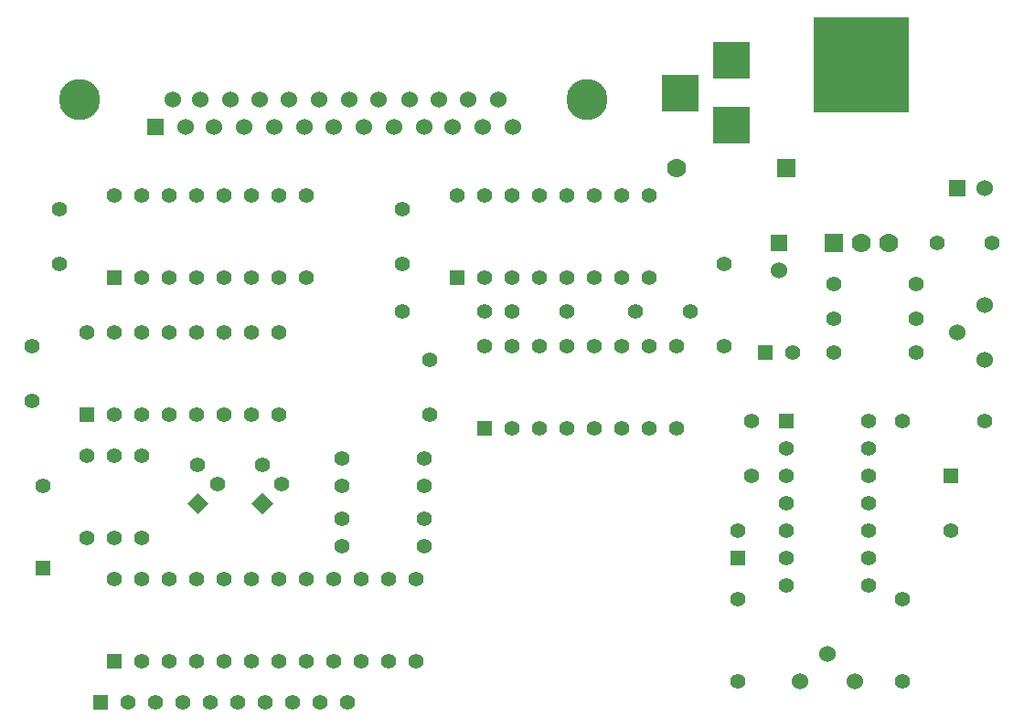
<source format=gbs>
G04 (created by PCBNEW (2013-07-07 BZR 4022)-stable) date 07/04/2015 00:57:36*
%MOIN*%
G04 Gerber Fmt 3.4, Leading zero omitted, Abs format*
%FSLAX34Y34*%
G01*
G70*
G90*
G04 APERTURE LIST*
%ADD10C,0.00590551*%
%ADD11R,0.055X0.055*%
%ADD12C,0.055*%
%ADD13R,0.07X0.07*%
%ADD14C,0.07*%
%ADD15R,0.35X0.35*%
%ADD16C,0.06*%
%ADD17C,0.15*%
%ADD18R,0.06X0.06*%
%ADD19R,0.1378X0.1378*%
G04 APERTURE END LIST*
G54D10*
G54D11*
X96000Y-61750D03*
G54D12*
X96000Y-63750D03*
G54D13*
X91750Y-53250D03*
G54D14*
X93750Y-53250D03*
X92750Y-53250D03*
G54D15*
X92750Y-46750D03*
G54D16*
X97250Y-57500D03*
X96250Y-56500D03*
X97250Y-55500D03*
X90500Y-69250D03*
X91500Y-68250D03*
X92500Y-69250D03*
G54D12*
X64500Y-61000D03*
X64500Y-64000D03*
X73800Y-61100D03*
X76800Y-61100D03*
X73800Y-62100D03*
X76800Y-62100D03*
X65500Y-61000D03*
X65500Y-64000D03*
X87750Y-54000D03*
X87750Y-57000D03*
X66500Y-61000D03*
X66500Y-64000D03*
X73800Y-64300D03*
X76800Y-64300D03*
X73800Y-63300D03*
X76800Y-63300D03*
X94750Y-56000D03*
X91750Y-56000D03*
X91750Y-54750D03*
X94750Y-54750D03*
X94250Y-69250D03*
X94250Y-66250D03*
X88250Y-66250D03*
X88250Y-69250D03*
X91750Y-57250D03*
X94750Y-57250D03*
X76000Y-55750D03*
X79000Y-55750D03*
X94250Y-59750D03*
X97250Y-59750D03*
G54D11*
X89250Y-57250D03*
G54D12*
X90250Y-57250D03*
G54D11*
X65500Y-68500D03*
G54D12*
X66500Y-68500D03*
X67500Y-68500D03*
X68500Y-68500D03*
X69500Y-68500D03*
X70500Y-68500D03*
X71500Y-68500D03*
X72500Y-68500D03*
X73500Y-68500D03*
X74500Y-68500D03*
X75500Y-68500D03*
X76500Y-68500D03*
X76500Y-65500D03*
X75500Y-65500D03*
X74500Y-65500D03*
X73500Y-65500D03*
X72500Y-65500D03*
X71500Y-65500D03*
X70500Y-65500D03*
X69500Y-65500D03*
X68500Y-65500D03*
X67500Y-65500D03*
X66500Y-65500D03*
X65500Y-65500D03*
G54D11*
X79000Y-60000D03*
G54D12*
X80000Y-60000D03*
X81000Y-60000D03*
X82000Y-60000D03*
X83000Y-60000D03*
X84000Y-60000D03*
X85000Y-60000D03*
X86000Y-60000D03*
X86000Y-57000D03*
X85000Y-57000D03*
X84000Y-57000D03*
X83000Y-57000D03*
X82000Y-57000D03*
X81000Y-57000D03*
X80000Y-57000D03*
X79000Y-57000D03*
G54D11*
X65500Y-54500D03*
G54D12*
X66500Y-54500D03*
X67500Y-54500D03*
X68500Y-54500D03*
X69500Y-54500D03*
X70500Y-54500D03*
X71500Y-54500D03*
X72500Y-54500D03*
X72500Y-51500D03*
X71500Y-51500D03*
X70500Y-51500D03*
X69500Y-51500D03*
X68500Y-51500D03*
X67500Y-51500D03*
X66500Y-51500D03*
X65500Y-51500D03*
G54D11*
X64500Y-59500D03*
G54D12*
X65500Y-59500D03*
X66500Y-59500D03*
X67500Y-59500D03*
X68500Y-59500D03*
X69500Y-59500D03*
X70500Y-59500D03*
X71500Y-59500D03*
X71500Y-56500D03*
X70500Y-56500D03*
X69500Y-56500D03*
X68500Y-56500D03*
X67500Y-56500D03*
X66500Y-56500D03*
X65500Y-56500D03*
X64500Y-56500D03*
G54D11*
X78000Y-54500D03*
G54D12*
X79000Y-54500D03*
X80000Y-54500D03*
X81000Y-54500D03*
X82000Y-54500D03*
X83000Y-54500D03*
X84000Y-54500D03*
X85000Y-54500D03*
X85000Y-51500D03*
X84000Y-51500D03*
X83000Y-51500D03*
X82000Y-51500D03*
X81000Y-51500D03*
X80000Y-51500D03*
X79000Y-51500D03*
X78000Y-51500D03*
G54D11*
X90000Y-59750D03*
G54D12*
X90000Y-60750D03*
X90000Y-61750D03*
X90000Y-62750D03*
X90000Y-63750D03*
X90000Y-64750D03*
X90000Y-65750D03*
X93000Y-65750D03*
X93000Y-64750D03*
X93000Y-63750D03*
X93000Y-62750D03*
X93000Y-61750D03*
X93000Y-60750D03*
X93000Y-59750D03*
G54D17*
X82750Y-48000D03*
X64250Y-48000D03*
G54D18*
X67000Y-49000D03*
G54D16*
X68100Y-49000D03*
X69150Y-49000D03*
X70250Y-49000D03*
X71350Y-49000D03*
X72450Y-49000D03*
X73500Y-49000D03*
X74600Y-49000D03*
X75700Y-49000D03*
X76800Y-49000D03*
X77850Y-49000D03*
X78950Y-49000D03*
X80050Y-49000D03*
X67620Y-48000D03*
X68620Y-48000D03*
X69720Y-48000D03*
X70800Y-48000D03*
X71880Y-48000D03*
X72980Y-48000D03*
X74060Y-48000D03*
X75140Y-48000D03*
X76260Y-48000D03*
X77320Y-48000D03*
X78400Y-48000D03*
X79500Y-48000D03*
G54D11*
X62900Y-65100D03*
G54D12*
X62900Y-62100D03*
X88750Y-61750D03*
X88750Y-59750D03*
X95500Y-53250D03*
X97500Y-53250D03*
X82000Y-55750D03*
X80000Y-55750D03*
X86500Y-55750D03*
X84500Y-55750D03*
X77000Y-57500D03*
X77000Y-59500D03*
X76000Y-52000D03*
X76000Y-54000D03*
X63500Y-52000D03*
X63500Y-54000D03*
X62500Y-57000D03*
X62500Y-59000D03*
G54D18*
X89750Y-53250D03*
G54D16*
X89750Y-54250D03*
G54D18*
X96250Y-51250D03*
G54D16*
X97250Y-51250D03*
G54D11*
X88250Y-64750D03*
G54D12*
X88250Y-63750D03*
G54D11*
X65000Y-70000D03*
G54D12*
X66000Y-70000D03*
X67000Y-70000D03*
X68000Y-70000D03*
X69000Y-70000D03*
X70000Y-70000D03*
X71000Y-70000D03*
X72000Y-70000D03*
X73000Y-70000D03*
X74000Y-70000D03*
G54D14*
X86000Y-50500D03*
G54D13*
X90000Y-50500D03*
G54D19*
X88000Y-48941D03*
X88000Y-46579D03*
X86150Y-47760D03*
G54D10*
G36*
X70900Y-62368D02*
X71288Y-62757D01*
X70900Y-63146D01*
X70511Y-62757D01*
X70900Y-62368D01*
X70900Y-62368D01*
G37*
G54D12*
X71607Y-62050D03*
X70900Y-61342D03*
G54D10*
G36*
X68550Y-62368D02*
X68938Y-62757D01*
X68550Y-63146D01*
X68161Y-62757D01*
X68550Y-62368D01*
X68550Y-62368D01*
G37*
G54D12*
X69257Y-62050D03*
X68550Y-61342D03*
M02*

</source>
